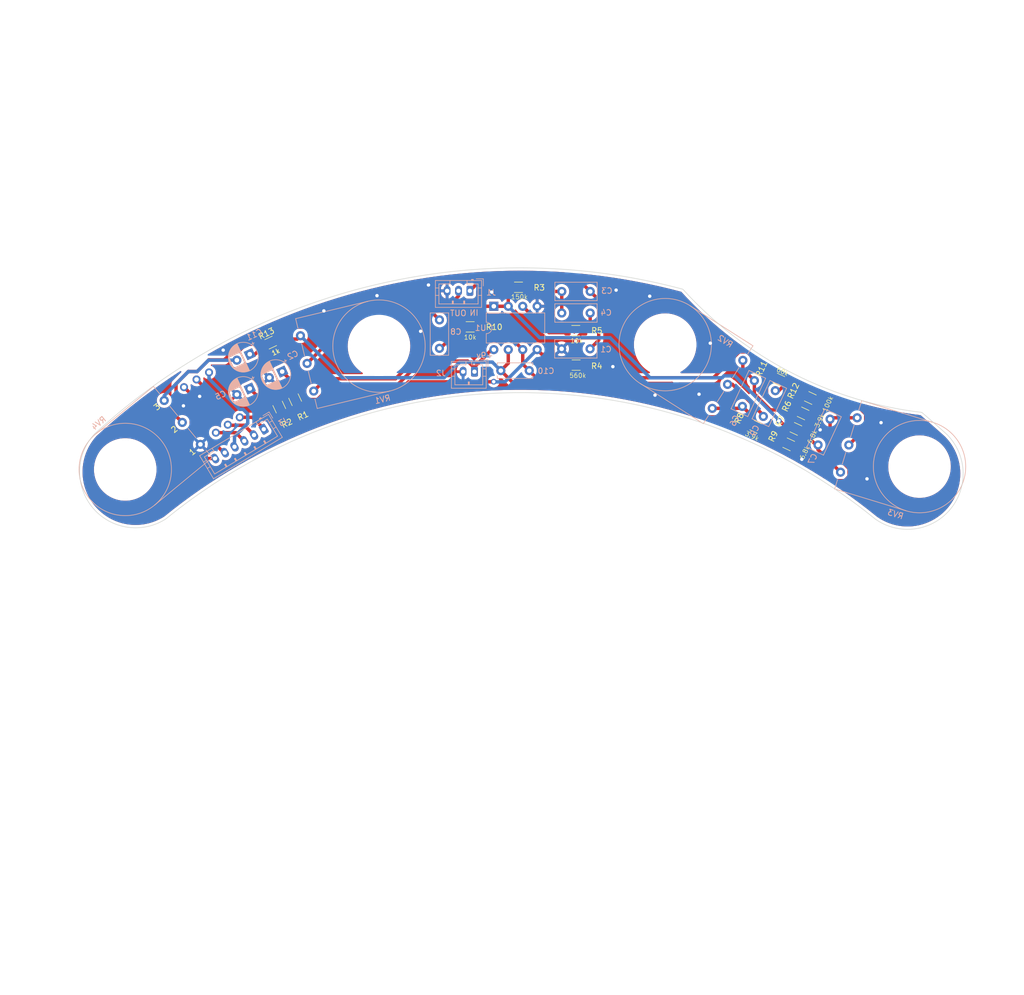
<source format=kicad_pcb>
(kicad_pcb (version 20211014) (generator pcbnew)
  (layers (0 "F.Cu" signal) (31 "B.Cu" signal) (34 "B.Paste" user) (35 "F.Paste" user) (36 "B.SilkS" user "B.Silkscreen") (37 "F.SilkS" user "F.Silkscreen") (38 "B.Mask" user) (39 "F.Mask" user) (44 "Edge.Cuts" user))
  (net 0 "")
  (net 1 "GND")
  (net 2 "+9V")
  (net 3 "Net-(C3-Pad2)")
  (net 4 "Net-(C4-Pad2)")
  (net 5 "BIAS")
  (net 6 "Net-(C6-Pad1)")
  (net 7 "Net-(C6-Pad2)")
  (net 8 "Net-(C7-Pad1)")
  (net 9 "Net-(C7-Pad2)")
  (net 10 "Net-(C8-Pad1)")
  (net 11 "Net-(C8-Pad2)")
  (net 12 "Net-(C9-Pad1)")
  (net 13 "Net-(C9-Pad2)")
  (net 14 "Net-(R10-Pad2)")
  (net 15 "Net-(R13-Pad1)")
  (net 16 "Net-(C11-Pad1)")
  (net 17 "Net-(C11-Pad2)")
  (net 18 "Net-(R3-Pad2)")
  (net 19 "Net-(R5-Pad2)")
  (net 20 "IN")
  (net 21 "Net-(R12-Pad1)")
  (net 22 "OUT")
  (net 23 "Net-(J10-Pad1)")
  (net 24 "Net-(J11-Pad1)")
  (net 25 "Net-(J12-Pad1)")
  (net 26 "Net-(J3-Pad1)")
  (net 27 "Net-(J3-Pad2)")
  (net 28 "Net-(J3-Pad3)")
  (footprint "Resistor_SMD:R_1206_3216Metric" (layer "F.Cu") (at 190.692145 90.788923 155)
    (fp_text reference "R6" (at 3.137829 -0.061904 65) (layer "F.SilkS"))
    (fp_text value "3.9k" (at -3.163529 0.072699 245) (layer "F.SilkS") (effects (font (size 0.8 0.8) (thickness 0.1))))
    (pad "1" smd roundrect (at -1.4625 0 155) (size 1.125 1.75) (layers "F.Cu" "F.Paste" "F.Mask") (roundrect_rratio 0.222222) (net 18 "Net-(R3-Pad2)"))
    (pad "2" smd roundrect (at 1.4625 0 155) (size 1.125 1.75) (layers "F.Cu" "F.Paste" "F.Mask") (roundrect_rratio 0.222222) (net 6 "Net-(C6-Pad1)"))
  )
  (footprint "Resistor_SMD:R_1206_3216Metric" (layer "F.Cu") (at 188.156436 96.22677 155)
    (fp_text reference "R9" (at 3.056823 0.119309 65) (layer "F.SilkS"))
    (fp_text value "6.8k" (at -3.164727 -0.105658 245) (layer "F.SilkS") (effects (font (size 0.8 0.8) (thickness 0.1))))
    (pad "1" smd roundrect (at -1.4625 0 155) (size 1.125 1.75) (layers "F.Cu" "F.Paste" "F.Mask") (roundrect_rratio 0.222222) (net 9 "Net-(C7-Pad2)"))
    (pad "2" smd roundrect (at 1.4625 0 155) (size 1.125 1.75) (layers "F.Cu" "F.Paste" "F.Mask") (roundrect_rratio 0.222222) (net 15 "Net-(R13-Pad1)"))
  )
  (footprint "Connector_PinSocket_2.54mm:PinSocket_1x01_P2.54mm_Vertical" (layer "F.Cu") (at 86.24 83.57 -90.5)
    (fp_text reference "J10" hide)
    (fp_text value "Conn_01x01_Female" hide)
    (pad "1" thru_hole circle (at 0 0 269.5) (size 1.4 1.4) (drill 0.8) (layers *.Cu *.Mask) (net 23 "Net-(J10-Pad1)"))
  )
  (footprint "Connector_PinSocket_2.54mm:PinSocket_1x01_P2.54mm_Vertical" (layer "F.Cu") (at 91.64 91.47 179.5)
    (fp_text reference "J7" hide)
    (fp_text value "Conn_01x01_Female" hide)
    (pad "1" thru_hole circle (at 0 0 179.5) (size 1.4 1.4) (drill 0.8) (layers *.Cu *.Mask) (net 26 "Net-(J3-Pad1)"))
  )
  (footprint "Resistor_SMD:R_1206_3216Metric" (layer "F.Cu") (at 97.08 78.33 -155)
    (fp_text reference "R13" (at 0.007768 1.757993 25) (layer "F.SilkS"))
    (fp_text value "1k" (at -0.114131 -1.884827 25) (layer "F.SilkS") (effects (font (size 0.8 0.8))))
    (pad "1" smd roundrect (at -1.4625 0 205) (size 1.125 1.75) (layers "F.Cu" "F.Paste" "F.Mask") (roundrect_rratio 0.222222) (net 15 "Net-(R13-Pad1)"))
    (pad "2" smd roundrect (at 1.4625 0 205) (size 1.125 1.75) (layers "F.Cu" "F.Paste" "F.Mask") (roundrect_rratio 0.222222) (net 16 "Net-(C11-Pad1)"))
  )
  (footprint "Resistor_SMD:R_1206_3216Metric" (layer "F.Cu") (at 140.6475 68.61 180)
    (fp_text reference "R3" (at -3.6525 -0.06) (layer "F.SilkS"))
    (fp_text value "150k" (at -0.1525 -1.69) (layer "F.SilkS") (effects (font (size 0.8 0.8) (thickness 0.1))))
    (pad "1" smd roundrect (at -1.4625 0 180) (size 1.125 1.75) (layers "F.Cu" "F.Paste" "F.Mask") (roundrect_rratio 0.222222) (net 3 "Net-(C3-Pad2)"))
    (pad "2" smd roundrect (at 1.4625 0 180) (size 1.125 1.75) (layers "F.Cu" "F.Paste" "F.Mask") (roundrect_rratio 0.222222) (net 18 "Net-(R3-Pad2)"))
  )
  (footprint "Resistor_SMD:R_1206_3216Metric" (layer "F.Cu") (at 150.78 82.29)
    (fp_text reference "R4" (at 3.63 0.17) (layer "F.SilkS"))
    (fp_text value "560k" (at 0.29 1.83) (layer "F.SilkS") (effects (font (size 0.8 0.8) (thickness 0.1))))
    (pad "1" smd roundrect (at -1.4625 0) (size 1.125 1.75) (layers "F.Cu" "F.Paste" "F.Mask") (roundrect_rratio 0.222222) (net 5 "BIAS"))
    (pad "2" smd roundrect (at 1.4625 0) (size 1.125 1.75) (layers "F.Cu" "F.Paste" "F.Mask") (roundrect_rratio 0.222222) (net 4 "Net-(C4-Pad2)"))
  )
  (footprint "Resistor_SMD:R_1206_3216Metric" (layer "F.Cu") (at 150.72 76.23 180)
    (fp_text reference "R5" (at -3.71 -0.01) (layer "F.SilkS"))
    (fp_text value "10k" (at -0.14 -1.8) (layer "F.SilkS") (effects (font (size 0.8 0.8) (thickness 0.1))))
    (pad "1" smd roundrect (at -1.4625 0 180) (size 1.125 1.75) (layers "F.Cu" "F.Paste" "F.Mask") (roundrect_rratio 0.222222) (net 4 "Net-(C4-Pad2)"))
    (pad "2" smd roundrect (at 1.4625 0 180) (size 1.125 1.75) (layers "F.Cu" "F.Paste" "F.Mask") (roundrect_rratio 0.222222) (net 19 "Net-(R5-Pad2)"))
  )
  (footprint "Connector_PinSocket_2.54mm:PinSocket_1x01_P2.54mm_Vertical" (layer "F.Cu") (at 89.54 92.77 179.5)
    (fp_text reference "J8" hide)
    (fp_text value "Conn_01x01_Female" hide)
    (pad "1" thru_hole circle (at 0 0 179.5) (size 1.4 1.4) (drill 0.8) (layers *.Cu *.Mask) (net 27 "Net-(J3-Pad2)"))
  )
  (footprint "Resistor_SMD:R_1206_3216Metric" (layer "F.Cu") (at 191.96 88.07 155)
    (fp_text reference "R12" (at 3.233296 -0.117455 65) (layer "F.SilkS"))
    (fp_text value "100k" (at -3.24424 0.354267 245) (layer "F.SilkS") (effects (font (size 0.8 0.8) (thickness 0.1))))
    (pad "1" smd roundrect (at -1.4625 0 155) (size 1.125 1.75) (layers "F.Cu" "F.Paste" "F.Mask") (roundrect_rratio 0.222222) (net 21 "Net-(R12-Pad1)"))
    (pad "2" smd roundrect (at 1.4625 0 155) (size 1.125 1.75) (layers "F.Cu" "F.Paste" "F.Mask") (roundrect_rratio 0.222222) (net 14 "Net-(R10-Pad2)"))
  )
  (footprint "Resistor_SMD:R_1206_3216Metric" (layer "F.Cu") (at 182.36 93.14 -25)
    (fp_text reference "R8" (at -3.26222 -0.133869 245) (layer "F.SilkS"))
    (fp_text value "3.9k" (at 0.095542 1.74292 155) (layer "F.SilkS") (effects (font (size 0.8 0.8) (thickness 0.1))))
    (pad "1" smd roundrect (at -1.4625 0 335) (size 1.125 1.75) (layers "F.Cu" "F.Paste" "F.Mask") (roundrect_rratio 0.222222) (net 7 "Net-(C6-Pad2)"))
    (pad "2" smd roundrect (at 1.4625 0 335) (size 1.125 1.75) (layers "F.Cu" "F.Paste" "F.Mask") (roundrect_rratio 0.222222) (net 15 "Net-(R13-Pad1)"))
  )
  (footprint "Resistor_SMD:R_1206_3216Metric" (layer "F.Cu") (at 101.38 88.38 115)
    (fp_text reference "R1" (at -3.134775 0.049858 205) (layer "F.SilkS"))
    (fp_text value "2.2M")
    (pad "1" smd roundrect (at -1.4625 0 115) (size 1.125 1.75) (layers "F.Cu" "F.Paste" "F.Mask") (roundrect_rratio 0.222222) (net 5 "BIAS"))
    (pad "2" smd roundrect (at 1.4625 0 115) (size 1.125 1.75) (layers "F.Cu" "F.Paste" "F.Mask") (roundrect_rratio 0.222222) (net 2 "+9V"))
  )
  (footprint "Connector_PinSocket_2.54mm:PinSocket_1x01_P2.54mm_Vertical" (layer "F.Cu") (at 87.44 94.17 179.5)
    (fp_text reference "J9" hide)
    (fp_text value "Conn_01x01_Female" hide)
    (pad "1" thru_hole circle (at 0 0 179.5) (size 1.4 1.4) (drill 0.8) (layers *.Cu *.Mask) (net 28 "Net-(J3-Pad3)"))
  )
  (footprint "Connector_PinSocket_2.54mm:PinSocket_1x01_P2.54mm_Vertical" (layer "F.Cu") (at 84.04 84.82 -90.5)
    (fp_text reference "J11" hide)
    (fp_text value "Conn_01x01_Female" hide)
    (pad "1" thru_hole circle (at 0 0 269.5) (size 1.4 1.4) (drill 0.8) (layers *.Cu *.Mask) (net 24 "Net-(J11-Pad1)"))
  )
  (footprint "Resistor_SMD:R_1206_3216Metric" (layer "F.Cu") (at 98.59 89.67 -65)
    (fp_text reference "R2" (at 3.149286 -0.00999 205) (layer "F.SilkS"))
    (fp_text value "2.2M")
    (pad "1" smd roundrect (at -1.4625 0 295) (size 1.125 1.75) (layers "F.Cu" "F.Paste" "F.Mask") (roundrect_rratio 0.222222) (net 1 "GND"))
    (pad "2" smd roundrect (at 1.4625 0 295) (size 1.125 1.75) (layers "F.Cu" "F.Paste" "F.Mask") (roundrect_rratio 0.222222) (net 5 "BIAS"))
  )
  (footprint "Connector_PinSocket_2.54mm:PinSocket_1x01_P2.54mm_Vertical" (layer "F.Cu") (at 81.84 86.17 -90.5)
    (fp_text reference "J12" hide)
    (fp_text value "Conn_01x01_Female" hide)
    (pad "1" thru_hole circle (at 0 0 269.5) (size 1.4 1.4) (drill 0.8) (layers *.Cu *.Mask) (net 25 "Net-(J12-Pad1)"))
  )
  (footprint "Resistor_SMD:R_1206_3216Metric" (layer "F.Cu") (at 186.42 84.84 155)
    (fp_text reference "R11" (at 3.545472 0.410036 245) (layer "F.SilkS"))
    (fp_text value "68k" (at -0.010724 1.538696 155) (layer "F.SilkS") (effects (font (size 0.8 0.8) (thickness 0.1))))
    (pad "1" smd roundrect (at -1.4625 0 155) (size 1.125 1.75) (layers "F.Cu" "F.Paste" "F.Mask") (roundrect_rratio 0.222222) (net 13 "Net-(C9-Pad2)"))
    (pad "2" smd roundrect (at 1.4625 0 155) (size 1.125 1.75) (layers "F.Cu" "F.Paste" "F.Mask") (roundrect_rratio 0.222222) (net 14 "Net-(R10-Pad2)"))
  )
  (footprint "Resistor_SMD:R_1206_3216Metric" (layer "F.Cu") (at 132.15 75.57)
    (fp_text reference "R10" (at 4.22 0.03) (layer "F.SilkS"))
    (fp_text value "10k" (at 0 1.82) (layer "F.SilkS") (effects (font (size 0.8 0.8) (thickness 0.1))))
    (pad "1" smd roundrect (at -1.4625 0) (size 1.125 1.75) (layers "F.Cu" "F.Paste" "F.Mask") (roundrect_rratio 0.222222) (net 11 "Net-(C8-Pad2)"))
    (pad "2" smd roundrect (at 1.4625 0) (size 1.125 1.75) (layers "F.Cu" "F.Paste" "F.Mask") (roundrect_rratio 0.222222) (net 14 "Net-(R10-Pad2)"))
  )
  (footprint "Resistor_SMD:R_1206_3216Metric" (layer "F.Cu") (at 189.42429 93.507847 -25)
    (fp_text reference "R7" (at -3.07556 -0.088505 65) (layer "F.SilkS"))
    (fp_text value "6.8k" (at 3.21698 0.047002 245) (layer "F.SilkS") (effects (font (size 0.8 0.8) (thickness 0.1))))
    (pad "1" smd roundrect (at -1.4625 0 335) (size 1.125 1.75) (layers "F.Cu" "F.Paste" "F.Mask") (roundrect_rratio 0.222222) (net 18 "Net-(R3-Pad2)"))
    (pad "2" smd roundrect (at 1.4625 0 335) (size 1.125 1.75) (layers "F.Cu" "F.Paste" "F.Mask") (roundrect_rratio 0.222222) (net 8 "Net-(C7-Pad1)"))
  )
  (footprint "lib:Potentiometer_Piher_T-16L_Single_Vertical_Hole" (layer "B.Cu") (at 71.509059 100.636562 -140.5)
    (fp_text reference "RV4" (at -1.584999 9.25 39.5) (layer "B.SilkS") (effects (justify mirror)))
    (fp_text value "25k")
    (fp_text user "1" (at -11.061475 -5.118294 39.5 unlocked) (layer "F.SilkS"))
    (fp_text user "3" (at -11.30242 4.921226 39.5 unlocked) (layer "F.SilkS"))
    (fp_text user "2" (at -11.143366 -0.06673 39.5 unlocked) (layer "F.SilkS"))
    (pad "" np_thru_hole circle (at 0 0 219.5) (size 10 10) (drill 10) (layers F&B.Cu *.Mask))
    (pad "1" thru_hole circle (at -13 -5 219.5) (size 1.6 1.6) (drill 0.8) (layers *.Cu *.Mask) (net 1 "GND"))
    (pad "2" thru_hole circle (at -13 0 219.5) (size 1.6 1.6) (drill 0.8) (layers *.Cu *.Mask) (net 22 "OUT"))
    (pad "3" thru_hole circle (at -13 5 219.5) (size 1.6 1.6) (drill 0.8) (layers *.Cu *.Mask) (net 17 "Net-(C11-Pad2)"))
  )
  (footprint "Capacitor_THT:C_Rect_L7.2mm_W3.0mm_P5.00mm_FKS2_FKP2_MKS2_MKP2" (layer "B.Cu") (at 183.693454 91.315769 65)
    (fp_text reference "C9" (at -2.900154 -0.317548 65) (layer "B.SilkS") (effects (justify mirror)))
    (fp_text value "4.7n")
    (pad "1" thru_hole circle (at 0 0 65) (size 1.6 1.6) (drill 0.8) (layers *.Cu *.Mask) (net 12 "Net-(C9-Pad1)"))
    (pad "2" thru_hole circle (at 5 0 65) (size 1.6 1.6) (drill 0.8) (layers *.Cu *.Mask) (net 13 "Net-(C9-Pad2)"))
  )
  (footprint "Capacitor_THT:C_Disc_D6.0mm_W2.5mm_P5.00mm" (layer "B.Cu") (at 142.54 83.26 180)
    (fp_text reference "C10" (at -2.94 -0.06) (layer "B.SilkS") (effects (justify mirror)))
    (fp_text value "100p")
    (pad "1" thru_hole circle (at 0 0 180) (size 1.6 1.6) (drill 0.8) (layers *.Cu *.Mask) (net 14 "Net-(R10-Pad2)"))
    (pad "2" thru_hole circle (at 5 0 180) (size 1.6 1.6) (drill 0.8) (layers *.Cu *.Mask) (net 15 "Net-(R13-Pad1)"))
  )
  (footprint "lib:Potentiometer_Piher_T-16L_Single_Vertical_Hole" (layer "B.Cu") (at 116.121346 78.956419 13.5)
    (fp_text reference "RV1" (at -1.585 9.25 193.5) (layer "B.SilkS") (effects (justify mirror)))
    (fp_text value "50k")
    (pad "" np_thru_hole circle (at 0 0 13.5) (size 10 10) (drill 10) (layers F&B.Cu *.Mask))
    (pad "1" thru_hole circle (at -13 -5 13.5) (size 1.6 1.6) (drill 0.8) (layers *.Cu *.Mask) (net 15 "Net-(R13-Pad1)"))
    (pad "2" thru_hole circle (at -13 0 13.5) (size 1.6 1.6) (drill 0.8) (layers *.Cu *.Mask) (net 10 "Net-(C8-Pad1)"))
    (pad "3" thru_hole circle (at -13 5 13.5) (size 1.6 1.6) (drill 0.8) (layers *.Cu *.Mask) (net 18 "Net-(R3-Pad2)"))
  )
  (footprint "Connector_JST:JST_PH_B6B-PH-K_1x06_P2.00mm_Vertical" (layer "B.Cu") (at 95.86 93.56 -149)
    (fp_text reference "J3" (at -3.626777 -0.662564 31) (layer "B.SilkS") (effects (justify mirror)))
    (fp_text value "Conn_01x06_Male" hide)
    (pad "1" thru_hole roundrect (at 0 0 211) (size 1.2 1.75) (drill 0.75) (layers *.Cu *.Mask) (roundrect_rratio 0.208333) (net 26 "Net-(J3-Pad1)"))
    (pad "2" thru_hole oval (at 2 0 211) (size 1.2 1.75) (drill 0.75) (layers *.Cu *.Mask) (net 27 "Net-(J3-Pad2)"))
    (pad "3" thru_hole oval (at 4 0 211) (size 1.2 1.75) (drill 0.75) (layers *.Cu *.Mask) (net 28 "Net-(J3-Pad3)"))
    (pad "4" thru_hole oval (at 6 0 211) (size 1.2 1.75) (drill 0.75) (layers *.Cu *.Mask) (net 23 "Net-(J10-Pad1)"))
    (pad "5" thru_hole oval (at 8 0 211) (size 1.2 1.75) (drill 0.75) (layers *.Cu *.Mask) (net 24 "Net-(J11-Pad1)"))
    (pad "6" thru_hole oval (at 10 0 211) (size 1.2 1.75) (drill 0.75) (layers *.Cu *.Mask) (net 25 "Net-(J12-Pad1)"))
  )
  (footprint "Capacitor_THT:CP_Radial_D5.0mm_P2.50mm" (layer "B.Cu") (at 93.4 86.41 -155)
    (fp_text reference "C5" (at 5.138985 1.094362 -335) (layer "B.SilkS") (effects (justify mirror)))
    (fp_text value "1u")
    (pad "1" thru_hole rect (at 0 0 205) (size 1.6 1.6) (drill 0.8) (layers *.Cu *.Mask) (net 5 "BIAS"))
    (pad "2" thru_hole circle (at 2.5 0 205) (size 1.6 1.6) (drill 0.8) (layers *.Cu *.Mask) (net 1 "GND"))
  )
  (footprint "lib:Potentiometer_Piher_T-16L_Single_Vertical_Hole" (layer "B.Cu") (at 166.440611 78.693751 147.5)
    (fp_text reference "RV2" (at -8.586676 6.17432 147.5) (layer "B.SilkS") (effects (justify mirror)))
    (fp_text value "50k")
    (pad "" np_thru_hole circle (at 0 0 147.5) (size 10 10) (drill 10) (layers F&B.Cu *.Mask))
    (pad "1" thru_hole circle (at -13 -5 147.5) (size 1.6 1.6) (drill 0.8) (layers *.Cu *.Mask) (net 7 "Net-(C6-Pad2)"))
    (pad "2" thru_hole circle (at -13 0 147.5) (size 1.6 1.6) (drill 0.8) (layers *.Cu *.Mask) (net 12 "Net-(C9-Pad1)"))
    (pad "3" thru_hole circle (at -13 5 147.5) (size 1.6 1.6) (drill 0.8) (layers *.Cu *.Mask) (net 6 "Net-(C6-Pad1)"))
  )
  (footprint "Connector_JST:JST_PH_B2B-PH-K_1x02_P2.00mm_Vertical" (layer "B.Cu") (at 132.91 83.45 180)
    (fp_text reference "J2" (at 5.9 -0.27) (layer "B.SilkS") (effects (justify mirror)))
    (fp_text value "Conn_01x02_Male" hide)
    (fp_text user "+9v" (at -1.817812 2.874989 unlocked) (layer "B.SilkS") (effects (justify mirror)))
    (pad "1" thru_hole roundrect (at 0 0 180) (size 1.2 1.75) (drill 0.75) (layers *.Cu *.Mask) (roundrect_rratio 0.208333) (net 2 "+9V"))
    (pad "2" thru_hole oval (at 2 0 180) (size 1.2 1.75) (drill 0.75) (layers *.Cu *.Mask) (net 1 "GND"))
  )
  (footprint "Capacitor_THT:C_Rect_L7.2mm_W3.0mm_P5.00mm_FKS2_FKP2_MKS2_MKP2" (layer "B.Cu") (at 148.25 73.13)
    (fp_text reference "C4" (at 7.8 -0.06) (layer "B.SilkS") (effects (justify mirror)))
    (fp_text value "8.2n")
    (pad "1" thru_hole circle (at 0 0) (size 1.6 1.6) (drill 0.8) (layers *.Cu *.Mask) (net 3 "Net-(C3-Pad2)"))
    (pad "2" thru_hole circle (at 5 0) (size 1.6 1.6) (drill 0.8) (layers *.Cu *.Mask) (net 4 "Net-(C4-Pad2)"))
  )
  (footprint "Capacitor_THT:C_Rect_L7.2mm_W3.0mm_P5.00mm_FKS2_FKP2_MKS2_MKP2" (layer "B.Cu") (at 126.75 74.34 -90)
    (fp_text reference "C8" (at 2.09 -2.88 180) (layer "B.SilkS") (effects (justify mirror)))
    (fp_text value "2.2n")
    (pad "1" thru_hole circle (at 0 0 270) (size 1.6 1.6) (drill 0.8) (layers *.Cu *.Mask) (net 10 "Net-(C8-Pad1)"))
    (pad "2" thru_hole circle (at 5 0 270) (size 1.6 1.6) (drill 0.8) (layers *.Cu *.Mask) (net 11 "Net-(C8-Pad2)"))
  )
  (footprint "Capacitor_THT:C_Rect_L7.2mm_W3.0mm_P5.00mm_FKS2_FKP2_MKS2_MKP2" (layer "B.Cu") (at 148.23 79.43)
    (fp_text reference "C1" (at 7.79 0.09) (layer "B.SilkS") (effects (justify mirror)))
    (fp_text value "2.2n")
    (pad "1" thru_hole circle (at 0 0) (size 1.6 1.6) (drill 0.8) (layers *.Cu *.Mask) (net 1 "GND"))
    (pad "2" thru_hole circle (at 5 0) (size 1.6 1.6) (drill 0.8) (layers *.Cu *.Mask) (net 20 "IN"))
  )
  (footprint "Package_DIP:DIP-8_W7.62mm" (layer "B.Cu") (at 136.31 71.95 -90)
    (fp_text reference "U1" (at 3.81 2.33 180) (layer "B.SilkS") (effects (justify mirror)))
    (fp_text value "TL062")
    (pad "1" thru_hole rect (at 0 0 270) (size 1.6 1.6) (drill 0.8) (layers *.Cu *.Mask) (net 18 "Net-(R3-Pad2)"))
    (pad "2" thru_hole oval (at 0 -2.54 270) (size 1.6 1.6) (drill 0.8) (layers *.Cu *.Mask) (net 18 "Net-(R3-Pad2)"))
    (pad "3" thru_hole oval (at 0 -5.08 270) (size 1.6 1.6) (drill 0.8) (layers *.Cu *.Mask) (net 19 "Net-(R5-Pad2)"))
    (pad "4" thru_hole oval (at 0 -7.62 270) (size 1.6 1.6) (drill 0.8) (layers *.Cu *.Mask) (net 1 "GND"))
    (pad "5" thru_hole oval (at 7.62 -7.62 270) (size 1.6 1.6) (drill 0.8) (layers *.Cu *.Mask) (net 5 "BIAS"))
    (pad "6" thru_hole oval (at 7.62 -5.08 270) (size 1.6 1.6) (drill 0.8) (layers *.Cu *.Mask) (net 14 "Net-(R10-Pad2)"))
    (pad "7" thru_hole oval (at 7.62 -2.54 270) (size 1.6 1.6) (drill 0.8) (layers *.Cu *.Mask) (net 15 "Net-(R13-Pad1)"))
    (pad "8" thru_hole oval (at 7.62 0 270) (size 1.6 1.6) (drill 0.8) (layers *.Cu *.Mask) (net 2 "+9V"))
  )
  (footprint "Capacitor_THT:C_Rect_L7.2mm_W3.0mm_P5.00mm_FKS2_FKP2_MKS2_MKP2" (layer "B.Cu") (at 153.26 69.34 180)
    (fp_text reference "C3" (at -2.92 0.11) (layer "B.SilkS") (effects (justify mirror)))
    (fp_text value "8.2n")
    (pad "1" thru_hole circle (at 0 0 180) (size 1.6 1.6) (drill 0.8) (layers *.Cu *.Mask) (net 20 "IN"))
    (pad "2" thru_hole circle (at 5 0 180) (size 1.6 1.6) (drill 0.8) (layers *.Cu *.Mask) (net 3 "Net-(C3-Pad2)"))
  )
  (footprint "lib:Potentiometer_Piher_T-16L_Single_Vertical_Hole" (layer "B.Cu") (at 211.157406 100.136562 -17)
    (fp_text reference "RV3" (at -1.585 9.25 163) (layer "B.SilkS") (effects (justify mirror)))
    (fp_text value "50k")
    (pad "" np_thru_hole circle (at 0 0 343) (size 10 10) (drill 10) (layers F&B.Cu *.Mask))
    (pad "1" thru_hole circle (at -13 -5 343) (size 1.6 1.6) (drill 0.8) (layers *.Cu *.Mask) (net 9 "Net-(C7-Pad2)"))
    (pad "2" thru_hole circle (at -13 0 343) (size 1.6 1.6) (drill 0.8) (layers *.Cu *.Mask) (net 21 "Net-(R12-Pad1)"))
    (pad "3" thru_hole circle (at -13 5 343) (size 1.6 1.6) (drill 0.8) (layers *.Cu *.Mask) (net 8 "Net-(C7-Pad1)"))
  )
  (footprint "Capacitor_THT:CP_Radial_D5.0mm_P2.50mm" (layer "B.Cu") (at 99.102885 83.431727 -155)
    (fp_text reference "C2" (at -2.914278 1.831718 -335) (layer "B.SilkS") (effects (justify mirror)))
    (fp_text value "1u")
    (pad "1" thru_hole rect (at 0 0 205) (size 1.6 1.6) (drill 0.8) (layers *.Cu *.Mask) (net 2 "+9V"))
    (pad "2" thru_hole circle (at 2.5 0 205) (size 1.6 1.6) (drill 0.8) (layers *.Cu *.Mask) (net 1 "GND"))
  )
  (footprint "Capacitor_THT:C_Rect_L7.2mm_W3.0mm_P5.00mm_FKS2_FKP2_MKS2_MKP2" (layer "B.Cu") (at 193.313454 96.32577 65)
    (fp_text reference "C7" (at -2.650809 0.217174 65) (layer "B.SilkS") (effects (justify mirror)))
    (fp_text value "68n")
    (pad "1" thru_hole circle (at 0 0 65) (size 1.6 1.6) (drill 0.8) (layers *.Cu *.Mask) (net 8 "Net-(C7-Pad1)"))
    (pad "2" thru_hole circle (at 5 0 65) (size 1.6 1.6) (drill 0.8) (layers *.Cu *.Mask) (net 9 "Net-(C7-Pad2)"))
  )
  (footprint "Connector_JST:JST_PH_B3B-PH-K_1x03_P2.00mm_Vertical" (layer "B.Cu") (at 132.1 69.23 180)
    (fp_text reference "J1" (at -3.740328 -0.308128) (layer "B.SilkS") (effects (justify mirror)))
    (fp_text value "Conn_01x03_Male" hide)
    (fp_text user "IN" (at -0.734045 -3.868291 unlocked) (layer "B.SilkS") (effects (justify mirror)))
    (fp_text user "OUT" (at 2.044204 -3.930169 unlocked) (layer "B.SilkS") (effects (justify mirror)))
    (pad "1" thru_hole roundrect (at 0 0 180) (size 1.2 1.75) (drill 0.75) (layers *.Cu *.Mask) (roundrect_rratio 0.208333) (net 20 "IN"))
    (pad "2" thru_hole oval (at 2 0 180) (size 1.2 1.75) (drill 0.75) (layers *.Cu *.Mask) (net 22 "OUT"))
    (pad "3" thru_hole oval (at 4 0 180) (size 1.2 1.75) (drill 0.75) (layers *.Cu *.Mask) (net 1 "GND"))
  )
  (footprint "Capacitor_THT:CP_Radial_D5.0mm_P2.50mm" (layer "B.Cu") (at 93.4 80.37 -155)
    (fp_text reference "C11" (at -2.165564 2.774767 -335) (layer "B.SilkS") (effects (justify mirror)))
    (fp_text value "10u")
    (pad "1" thru_hole rect (at 0 0 205) (size 1.6 1.6) (drill 0.8) (layers *.Cu *.Mask) (net 16 "Net-(C11-Pad1)"))
    (pad "2" thru_hole circle (at 2.5 0 205) (size 1.6 1.6) (drill 0.8) (layers *.Cu *.Mask) (net 17 "Net-(C11-Pad2)"))
  )
  (footprint "Capacitor_THT:C_Rect_L7.2mm_W3.0mm_P5.00mm_FKS2_FKP2_MKS2_MKP2" (layer "B.Cu") (at 182.12 85.02 -115)
    (fp_text reference "C6" (at 7.851118 0.178719 65) (layer "B.SilkS") (effects (justify mirror)))
    (fp_text value "8.2n")
    (pad "1" thru_hole circle (at 0 0 245) (size 1.6 1.6) (drill 0.8) (layers *.Cu *.Mask) (net 6 "Net-(C6-Pad1)"))
    (pad "2" thru_hole circle (at 5 0 245) (size 1.6 1.6) (drill 0.8) (layers *.Cu *.Mask) (net 7 "Net-(C6-Pad2)"))
  )
  (gr_arc (start 66.10552 94.39594) (mid 114.559797 68.387833) (end 169.55 68.95) (layer "Edge.Cuts") (width 0.1))
  (gr_arc (start 78.7 109.3) (mid 141 87.138689) (end 203.3 109.3) (layer "Edge.Cuts") (width 0.1))
  (gr_arc (start 211.55 90.6) (mid 188.581332 83.594124) (end 169.55 68.95) (layer "Edge.Cuts") (width 0.1))
  (gr_arc (start 211.55 90.6) (mid 213.782253 92.536603) (end 215.990422 94.50146) (layer "Edge.Cuts") (width 0.1))
  (gr_arc (start 78.7 109.3) (mid 65.818259 107.412113) (end 66.10552 94.39594) (layer "Edge.Cuts") (width 0.1))
  (gr_arc (start 215.990422 94.50146) (mid 216.471226 107.754354) (end 203.3 109.3) (layer "Edge.Cuts") (width 0.1))
  (via (at 115.77 70.08) (size 1) (drill 0.6) (layers "F.Cu" "B.Cu") (net 1))
  (via (at 84.59 87.79) (size 1) (drill 0.6) (layers "F.Cu" "B.Cu") (net 1))
  (via (at 157.81 69.11) (size 1) (drill 0.6) (layers "F.Cu" "B.Cu") (net 1))
  (via (at 204.39 92.41) (size 1) (drill 0.6) (layers "F.Cu" "B.Cu") (net 1))
  (via (at 190.46 98.85) (size 1) (drill 0.6) (layers "F.Cu" "B.Cu") (net 1))
  (via (at 172.39 87.41) (size 1) (drill 0.6) (layers "F.Cu" "B.Cu") (net 1))
  (via (at 124.82 68.21) (size 1) (drill 0.6) (layers "F.Cu" "B.Cu") (net 1))
  (via (at 88.73 79.66) (size 1) (drill 0.6) (layers "F.Cu" "B.Cu") (net 1))
  (via (at 106.43 72.76) (size 1) (drill 0.6) (layers "F.Cu" "B.Cu") (net 1))
  (via (at 164.65 87.57) (size 1) (drill 0.6) (layers "F.Cu" "B.Cu") (net 1))
  (via (at 135.93 69.46) (size 1) (drill 0.6) (layers "F.Cu" "B.Cu") (net 1))
  (via (at 163.72 70.18) (size 1) (drill 0.6) (layers "F.Cu" "B.Cu") (net 1))
  (via (at 81.74 89.45) (size 1) (drill 0.6) (layers "F.Cu" "B.Cu") (net 1))
  (via (at 201.92 102.29) (size 1) (drill 0.6) (layers "F.Cu" "B.Cu") (net 1))
  (via (at 157.24 82.56) (size 1) (drill 0.6) (layers "F.Cu" "B.Cu") (net 1))
  (via (at 193.68 93.67) (size 1) (drill 0.6) (layers "F.Cu" "B.Cu") (net 1))
  (via (at 123.44 76.35) (size 1) (drill 0.6) (layers "F.Cu" "B.Cu") (net 1))
  (via (at 174.37 78.44) (size 1) (drill 0.6) (layers "F.Cu" "B.Cu") (net 1))
  (segment (start 132.91 82.79) (end 131.7 81.58) (width 0.6) (layer "F.Cu") (net 2))
  (segment (start 107.931932 85.68952) (end 105.268883 88.352569) (width 0.6) (layer "F.Cu") (net 2))
  (segment (start 100.761921 85.090763) (end 99.102885 83.431727) (width 0.6) (layer "F.Cu") (net 2))
  (segment (start 119.432156 85.68952) (end 107.931932 85.68952) (width 0.6) (layer "F.Cu") (net 2))
  (segment (start 132.91 83.45) (end 132.91 82.79) (width 0.6) (layer "F.Cu") (net 2))
  (segment (start 135.96 79.57) (end 132.91 82.62) (width 0.6) (layer "F.Cu") (net 2))
  (segment (start 101.697394 87.054525) (end 100.761921 87.054525) (width 0.6) (layer "F.Cu") (net 2))
  (segment (start 102.995438 88.352569) (end 101.697394 87.054525) (width 0.6) (layer "F.Cu") (net 2))
  (segment (start 105.268883 88.352569) (end 102.995438 88.352569) (width 0.6) (layer "F.Cu") (net 2))
  (segment (start 100.761921 87.054525) (end 100.761921 85.090763) (width 0.6) (layer "F.Cu") (net 2))
  (segment (start 131.7 81.58) (end 123.541676 81.58) (width 0.6) (layer "F.Cu") (net 2))
  (segment (start 136.31 79.57) (end 135.96 79.57) (width 0.6) (layer "F.Cu") (net 2))
  (segment (start 123.541676 81.58) (end 119.432156 85.68952) (width 0.6) (layer "F.Cu") (net 2))
  (segment (start 132.91 82.62) (end 132.91 83.45) (width 0.6) (layer "F.Cu") (net 2))
  (segment (start 142.84 69.34) (end 142.11 68.61) (width 0.6) (layer "F.Cu") (net 3))
  (segment (start 148.25 69.35) (end 148.26 69.34) (width 0.6) (layer "F.Cu") (net 3))
  (segment (start 148.25 73.13) (end 148.25 69.35) (width 0.6) (layer "F.Cu") (net 3))
  (segment (start 148.26 69.34) (end 142.84 69.34) (width 0.6) (layer "F.Cu") (net 3))
  (segment (start 151.25 77.1625) (end 152.1825 76.23) (width 0.6) (layer "F.Cu") (net 4))
  (segment (start 152.2425 82.29) (end 151.25 81.2975) (width 0.6) (layer "F.Cu") (net 4))
  (segment (start 151.25 81.2975) (end 151.25 77.1625) (width 0.6) (layer "F.Cu") (net 4))
  (segment (start 153.25 75.1625) (end 152.1825 76.23) (width 0.6) (layer "F.Cu") (net 4))
  (segment (start 153.25 73.13) (end 153.25 75.1625) (width 0.6) (layer "F.Cu") (net 4))
  (segment (start 108.345946 86.68904) (end 105.682897 89.352089) (width 0.6) (layer "F.Cu") (net 5))
  (segment (start 102.351465 89.352089) (end 101.998079 89.705475) (width 0.6) (layer "F.Cu") (net 5))
  (segment (start 93.4 86.41) (end 97.985475 90.995475) (width 0.6) (layer "F.Cu") (net 5))
  (segment (start 136.29 85.21) (end 136.27 85.23) (width 0.6) (layer "F.Cu") (net 5))
  (segment (start 145.055 80.4175) (end 146.9275 82.29) (width 0.6) (layer "F.Cu") (net 5))
  (segment (start 99.208079 90.995475) (end 100.708079 90.995475) (width 0.6) (layer "F.Cu") (net 5))
  (segment (start 143.93 79.57) (end 144.7775 80.4175) (width 0.6) (layer "F.Cu") (net 5))
  (segment (start 105.682897 89.352089) (end 102.351465 89.352089) (width 0.6) (layer "F.Cu") (net 5))
  (segment (start 119.84617 86.68904) (end 108.345946 86.68904) (width 0.6) (layer "F.Cu") (net 5))
  (segment (start 146.9275 82.29) (end 149.3175 82.29) (width 0.6) (layer "F.Cu") (net 5))
  (segment (start 144.7775 80.4175) (end 145.055 80.4175) (width 0.6) (layer "F.Cu") (net 5))
  (segment (start 121.30521 85.23) (end 119.84617 86.68904) (width 0.6) (layer "F.Cu") (net 5))
  (segment (start 100.708079 90.995475) (end 101.998079 89.705475) (width 0.6) (layer "F.Cu") (net 5))
  (segment (start 136.27 85.23) (end 121.30521 85.23) (width 0.6) (layer "F.Cu") (net 5))
  (segment (start 97.985475 90.995475) (end 99.208079 90.995475) (width 0.6) (layer "F.Cu") (net 5))
  (via (at 136.29 85.21) (size 1) (drill 0.6) (layers "F.Cu" "B.Cu") (net 5))
  (segment (start 136.32 85.24) (end 138.26 85.24) (width 0.6) (layer "B.Cu") (net 5))
  (segment (start 136.29 85.21) (end 136.32 85.24) (width 0.6) (layer "B.Cu") (net 5))
  (segment (start 138.26 85.24) (end 143.93 79.57) (width 0.6) (layer "B.Cu") (net 5))
  (segment (start 182.12 87.37) (end 184.920844 90.170844) (width 0.6) (layer "F.Cu") (net 6))
  (segment (start 184.920844 90.170844) (end 189.36667 90.170844) (width 0.6) (layer "F.Cu") (net 6))
  (segment (start 180.091198 82.991198) (end 182.12 85.02) (width 0.6) (layer "F.Cu") (net 6))
  (segment (start 180.091198 81.461689) (end 180.091198 82.991198) (width 0.6) (layer "F.Cu") (net 6))
  (segment (start 182.12 85.02) (end 182.12 87.37) (width 0.6) (layer "F.Cu") (net 6))
  (segment (start 179.662845 89.895603) (end 180.006909 89.551539) (width 0.6) (layer "F.Cu") (net 7))
  (segment (start 174.718202 89.895603) (end 179.662845 89.895603) (width 0.6) (layer "F.Cu") (net 7))
  (segment (start 181.034525 90.579155) (end 180.006909 89.551539) (width 0.6) (layer "F.Cu") (net 7))
  (segment (start 181.034525 92.521921) (end 181.034525 90.579155) (width 0.6) (layer "F.Cu") (net 7))
  (segment (start 192.949609 96.32577) (end 190.749765 94.125926) (width 0.6) (layer "F.Cu") (net 8))
  (segment (start 193.313454 96.32577) (end 192.949609 96.32577) (width 0.6) (layer "F.Cu") (net 8))
  (segment (start 197.263586 101.117254) (end 193.313454 97.167122) (width 0.6) (layer "F.Cu") (net 8))
  (segment (start 193.313454 97.167122) (end 193.313454 96.32577) (width 0.6) (layer "F.Cu") (net 8))
  (segment (start 198.763097 101.826903) (end 197.973235 102.616765) (width 0.6) (layer "F.Cu") (net 9))
  (segment (start 196.296765 102.616765) (end 190.524849 96.844849) (width 0.6) (layer "F.Cu") (net 9))
  (segment (start 195.426545 97.159583) (end 198.763097 100.496135) (width 0.6) (layer "F.Cu") (net 9))
  (segment (start 198.763097 100.496135) (end 198.763097 101.826903) (width 0.6) (layer "F.Cu") (net 9))
  (segment (start 195.426545 91.794231) (end 195.426545 97.159583) (width 0.6) (layer "F.Cu") (net 9))
  (segment (start 195.66657 91.554206) (end 195.426545 91.794231) (width 0.6) (layer "F.Cu") (net 9))
  (segment (start 200.187303 91.554206) (end 195.66657 91.554206) (width 0.6) (layer "F.Cu") (net 9))
  (segment (start 197.973235 102.616765) (end 196.296765 102.616765) (width 0.6) (layer "F.Cu") (net 9))
  (segment (start 190.524849 96.844849) (end 189.481911 96.844849) (width 0.6) (layer "F.Cu") (net 9))
  (segment (start 126.75 74.34) (end 125.440001 73.030001) (width 0.6) (layer "F.Cu") (net 10))
  (segment (start 112.441745 73.030001) (end 103.480537 81.991209) (width 0.6) (layer "F.Cu") (net 10))
  (segment (start 125.440001 73.030001) (end 112.441745 73.030001) (width 0.6) (layer "F.Cu") (net 10))
  (segment (start 126.9175 79.34) (end 130.6875 75.57) (width 0.6) (layer "F.Cu") (net 11))
  (segment (start 126.75 79.34) (end 126.9175 79.34) (width 0.6) (layer "F.Cu") (net 11))
  (segment (start 183.693454 91.117454) (end 183.693454 91.315769) (width 0.6) (layer "F.Cu") (net 12))
  (segment (start 177.4047 85.678646) (end 178.254646 85.678646) (width 0.6) (layer "F.Cu") (net 12))
  (segment (start 178.254646 85.678646) (end 183.693454 91.117454) (width 0.6) (layer "F.Cu") (net 12))
  (segment (start 186.419324 86.78423) (end 187.745475 85.458079) (width 0.6) (layer "F.Cu") (net 13))
  (segment (start 185.806545 86.78423) (end 186.419324 86.78423) (width 0.6) (layer "F.Cu") (net 13))
  (segment (start 184.26 87.46) (end 185.22 88.42) (width 0.6) (layer "F.Cu") (net 14))
  (segment (start 189.666446 88.42) (end 190.634525 87.451921) (width 0.6) (layer "F.Cu") (net 14))
  (segment (start 137.45 75.63) (end 141.39 79.57) (width 0.6) (layer "F.Cu") (net 14))
  (segment (start 180.834782 79.962178) (end 185.094525 84.221921) (width 0.6) (layer "F.Cu") (net 14))
  (segment (start 133.6725 75.63) (end 137.45 75.63) (width 0.6) (layer "F.Cu") (net 14))
  (segment (start 141.39 82.11) (end 142.54 83.26) (width 0.6) (layer "F.Cu") (net 14))
  (segment (start 142.54 83.31) (end 143.75 84.52) (width 0.6) (layer "F.Cu") (net 14))
  (segment (start 142.54 83.26) (end 142.54 83.31) (width 0.6) (layer "F.Cu") (net 14))
  (segment (start 133.6125 75.57) (end 133.6725 75.63) (width 0.6) (layer "F.Cu") (net 14))
  (segment (start 185.094525 84.221921) (end 184.26 85.056446) (width 0.6) (layer "F.Cu") (net 14))
  (segment (start 179.470079 79.962178) (end 180.834782 79.962178) (width 0.6) (layer "F.Cu") (net 14))
  (segment (start 141.39 79.57) (end 141.39 82.11) (width 0.6) (layer "F.Cu") (net 14))
  (segment (start 185.22 88.42) (end 189.666446 88.42) (width 0.6) (layer "F.Cu") (net 14))
  (segment (start 174.912257 84.52) (end 179.470079 79.962178) (width 0.6) (layer "F.Cu") (net 14))
  (segment (start 184.26 85.056446) (end 184.26 87.46) (width 0.6) (layer "F.Cu") (net 14))
  (segment (start 143.75 84.52) (end 174.912257 84.52) (width 0.6) (layer "F.Cu") (net 14))
  (segment (start 177.415114 91.395114) (end 179.13 93.11) (width 0.6) (layer "F.Cu") (net 15))
  (segment (start 179.13 93.11) (end 179.14 93.11) (width 0.6) (layer "F.Cu") (net 15))
  (segment (start 185.536087 95.608691) (end 183.685475 93.758079) (width 0.6) (layer "F.Cu") (net 15))
  (segment (start 173.495114 91.395114) (end 177.415114 91.395114) (width 0.6) (layer "F.Cu") (net 15))
  (segment (start 138.85 81.95) (end 137.54 83.26) (width 0.6) (layer "F.Cu") (net 15))
  (segment (start 183.196347 94.247207) (end 183.685475 93.758079) (width 0.6) (layer "F.Cu") (net 15))
  (segment (start 186.830961 95.608691) (end 185.536087 95.608691) (width 0.6) (layer "F.Cu") (net 15))
  (segment (start 179.14 93.11) (end 180.277207 94.247207) (width 0.6) (layer "F.Cu") (net 15))
  (segment (start 167.61952 85.51952) (end 173.495114 91.395114) (width 0.6) (layer "F.Cu") (net 15))
  (segment (start 101.730748 77.711921) (end 102.31331 77.129359) (width 0.6) (layer "F.Cu") (net 15))
  (segment (start 138.85 79.57) (end 138.85 81.95) (width 0.6) (layer "F.Cu") (net 15))
  (segment (start 98.405475 77.711921) (end 101.730748 77.711921) (width 0.6) (layer "F.Cu") (net 15))
  (segment (start 137.54 83.26) (end 139.79952 85.51952) (width 0.6) (layer "F.Cu") (net 15))
  (segment (start 180.277207 94.247207) (end 183.196347 94.247207) (width 0.6) (layer "F.Cu") (net 15))
  (segment (start 139.79952 85.51952) (end 167.61952 85.51952) (width 0.6) (layer "F.Cu") (net 15))
  (segment (start 130.31 81.76) (end 136.04 81.76) (width 0.6) (layer "B.Cu") (net 15))
  (segment (start 102.31331 77.129359) (end 109.689891 84.50594) (width 0.6) (layer "B.Cu") (net 15))
  (segment (start 109.689891 84.50594) (end 127.56406 84.50594) (width 0.6) (layer "B.Cu") (net 15))
  (segment (start 127.56406 84.50594) (end 130.31 81.76) (width 0.6) (layer "B.Cu") (net 15))
  (segment (start 136.04 81.76) (end 137.54 83.26) (width 0.6) (layer "B.Cu") (net 15))
  (segment (start 93.4 80.37) (end 94.332604 80.37) (width 0.6) (layer "F.Cu") (net 16))
  (segment (start 94.332604 80.37) (end 95.754525 78.948079) (width 0.6) (layer "F.Cu") (net 16))
  (segment (start 78.359787 88.509422) (end 78.359787 87.671004) (width 0.6) (layer "B.Cu") (net 17))
  (segment (start 82.610302 83.420489) (end 84.149511 83.420489) (width 0.6) (layer "B.Cu") (net 17))
  (segment (start 86.143454 81.426546) (end 91.134231 81.426546) (width 0.6) (layer "B.Cu") (net 17))
  (segment (start 78.359787 87.671004) (end 82.610302 83.420489) (width 0.6) (layer "B.Cu") (net 17))
  (segment (start 84.149511 83.420489) (end 86.143454 81.426546) (width 0.6) (layer "B.Cu") (net 17))
  (segment (start 187.379768 92.889768) (end 188.098815 92.889768) (width 0.6) (layer "F.Cu") (net 18))
  (segment (start 138.85 71.95) (end 138.85 68.945) (width 0.6) (layer "F.Cu") (net 18))
  (segment (start 106.810822 84.69) (end 119.018142 84.69) (width 0.6) (layer "F.Cu") (net 18))
  (segment (start 136.31 71.95) (end 138.85 71.95) (width 0.6) (layer "F.Cu") (net 18))
  (segment (start 186.42 92.09) (end 186.58 92.09) (width 0.6) (layer "F.Cu") (net 18))
  (segment (start 119.018142 84.69) (end 131.758142 71.95) (width 0.6) (layer "F.Cu") (net 18))
  (segment (start 189.092453 91.89613) (end 188.098815 92.889768) (width 0.6) (layer "F.Cu") (net 18))
  (segment (start 104.647764 86.853058) (end 106.810822 84.69) (width 0.6) (layer "F.Cu") (net 18))
  (segment (start 191.528492 91.89613) (end 189.092453 91.89613) (width 0.6) (layer "F.Cu") (net 18))
  (segment (start 192.01762 91.407002) (end 191.528492 91.89613) (width 0.6) (layer "F.Cu") (net 18))
  (segment (start 186.58 92.09) (end 187.379768 92.889768) (width 0.6) (layer "F.Cu") (net 18))
  (segment (start 138.85 68.945) (end 139.185 68.61) (width 0.6) (layer "F.Cu") (net 18))
  (segment (start 131.758142 71.95) (end 136.31 71.95) (width 0.6) (layer "F.Cu") (net 18))
  (via (at 186.42 92.09) (size 1) (drill 0.6) (layers "F.Cu" "B.Cu") (net 18))
  (segment (start 163.78 84.52) (end 156.74 77.48) (width 0.6) (layer "B.Cu") (net 18))
  (segment (start 144.38 77.48) (end 138.85 71.95) (width 0.6) (layer "B.Cu") (net 18))
  (segment (start 186.42 91.921685) (end 178.67745 84.179135) (width 0.6) (layer "B.Cu") (net 18))
  (segment (start 156.74 77.48) (end 144.38 77.48) (width 0.6) (layer "B.Cu") (net 18))
  (segment (start 178.67745 84.179135) (end 176.783581 84.179135) (width 0.6) (layer "B.Cu") (net 18))
  (segment (start 176.442716 84.52) (end 163.78 84.52) (width 0.6) (layer "B.Cu") (net 18))
  (segment (start 186.42 92.09) (end 186.42 91.921685) (width 0.6) (layer "B.Cu") (net 18))
  (segment (start 176.783581 84.179135) (end 176.442716 84.52) (width 0.6) (layer "B.Cu") (net 18))
  (segment (start 141.39 71.95) (end 146.02 76.58) (width 0.6) (layer "F.Cu") (net 19))
  (segment (start 146.02 76.58) (end 148.9075 76.58) (width 0.6) (layer "F.Cu") (net 19))
  (segment (start 148.9075 76.58) (end 149.2575 76.23) (width 0.6) (layer "F.Cu") (net 19))
  (segment (start 154.749511 70.829511) (end 154.749511 77.910489) (width 0.6) (layer "F.Cu") (net 20))
  (segment (start 132.1 69.23) (end 134.29452 67.03548) (width 0.6) (layer "F.Cu") (net 20))
  (segment (start 134.29452 67.03548) (end 150.95548 67.03548) (width 0.6) (layer "F.Cu") (net 20))
  (segment (start 154.749511 77.910489) (end 153.23 79.43) (width 0.6) (layer "F.Cu") (net 20))
  (segment (start 153.26 69.34) (end 154.749511 70.829511) (width 0.6) (layer "F.Cu") (net 20))
  (segment (start 150.95548 67.03548) (end 153.26 69.34) (width 0.6) (layer "F.Cu") (net 20))
  (segment (start 194.337396 89.74) (end 193.285475 88.688079) (width 0.6) (layer "F.Cu") (net 21))
  (segment (start 201.686814 93.37436) (end 201.686814 90.916814) (width 0.6) (layer "F.Cu") (net 21))
  (segment (start 200.51 89.74) (end 194.337396 89.74) (width 0.6) (layer "F.Cu") (net 21))
  (segment (start 198.725444 96.33573) (end 201.686814 93.37436) (width 0.6) (layer "F.Cu") (net 21))
  (segment (start 201.686814 90.916814) (end 200.51 89.74) (width 0.6) (layer "F.Cu") (net 21))
  (segment (start 128.224519 72.030481) (end 130.1 70.155) (width 0.6) (layer "F.Cu") (net 22))
  (segment (start 88.92 81.37) (end 90.71 79.58) (width 0.6) (layer "F.Cu") (net 22))
  (segment (start 111.809519 72.030481) (end 128.224519 72.030481) (width 0.6) (layer "F.Cu") (net 22))
  (segment (start 86.21 81.37) (end 88.92 81.37) (width 0.6) (layer "F.Cu") (net 22))
  (segment (start 108.24 75.6) (end 111.809519 72.030481) (width 0.6) (layer "F.Cu") (net 22))
  (segment (start 130.1 70.155) (end 130.1 69.23) (width 0.6) (layer "F.Cu") (net 22))
  (segment (start 95.685586 76.583207) (end 97.100378 76.583207) (width 0.6) (layer "F.Cu") (net 22))
  (segment (start 90.71 79.58) (end 91.750636 79.58) (width 0.6) (layer "F.Cu") (net 22))
  (segment (start 80.440489 85.590302) (end 82.610302 83.420489) (width 0.6) (layer "F.Cu") (net 22))
  (segment (start 84.159511 83.420489) (end 86.21 81.37) (width 0.6) (layer "F.Cu") (net 22))
  (segment (start 98.24 75.6) (end 108.24 75.6) (width 0.6) (layer "F.Cu") (net 22))
  (segment (start 91.750636 79.58) (end 92.723297 78.607339) (width 0.6) (layer "F.Cu") (net 22))
  (segment (start 97.100378 76.583207) (end 97.393458 76.446542) (width 0.6) (layer "F.Cu") (net 22))
  (segment (start 80.440489 91.267855) (end 80.440489 85.590302) (width 0.6) (layer "F.Cu") (net 22))
  (segment (start 82.610302 83.420489) (end 84.159511 83.420489) (width 0.6) (layer "F.Cu") (net 22))
  (segment (start 93.661454 78.607339) (end 95.685586 76.583207) (width 0.6) (layer "F.Cu") (net 22))
  (segment (start 97.393458 76.446542) (end 98.24 75.6) (width 0.6) (layer "F.Cu") (net 22))
  (segment (start 92.723297 78.607339) (end 93.661454 78.607339) (width 0.6) (layer "F.Cu") (net 22))
  (segment (start 81.540179 92.367545) (end 80.440489 91.267855) (width 0.6) (layer "F.Cu") (net 22))
  (segment (start 90.716996 94.853004) (end 90.716996 96.650228) (width 0.6) (layer "B.Cu") (net 23))
  (segment (start 92.230489 90.070489) (end 93.039511 90.879511) (width 0.6) (layer "B.Cu") (net 23))
  (segment (start 93.039511 90.879511) (end 93.039511 92.530489) (width 0.6) (layer "B.Cu") (net 23))
  (segment (start 86.24 83.57) (end 86.24 84.692945) (width 0.6) (layer "B.Cu") (net 23))
  (segment (start 91.617544 90.070489) (end 92.230489 90.070489) (width 0.6) (layer "B.Cu") (net 23))
  (segment (start 86.24 84.692945) (end 91.617544 90.070489) (width 0.6) (layer "B.Cu") (net 23))
  (segment (start 93.039511 92.530489) (end 90.716996 94.853004) (width 0.6) (layer "B.Cu") (net 23))
  (segment (start 85.87 86.65) (end 85.87 94.72) (width 0.6) (layer "F.Cu") (net 24))
  (segment (start 88.830305 97.680305) (end 89.002662 97.680305) (width 0.6) (layer "F.Cu") (net 24))
  (segment (start 85.87 94.72) (end 88.830305 97.680305) (width 0.6) (layer "F.Cu") (net 24))
  (segment (start 84.04 84.82) (end 85.87 86.65) (width 0.6) (layer "F.Cu") (net 24))
  (segment (start 84.690381 98.710381) (end 87.288327 98.710381) (width 0.6) (layer "F.Cu") (net 25))
  (segment (start 81.84 86.17) (end 83.1 87.43) (width 0.6) (layer "F.Cu") (net 25))
  (segment (start 83.1 97.12) (end 84.690381 98.710381) (width 0.6) (layer "F.Cu") (net 25))
  (segment (start 83.1 87.43) (end 83.1 97.12) (width 0.6) (layer "F.Cu") (net 25))
  (segment (start 95.86 93.47) (end 95.86 93.56) (width 0.6) (layer "F.Cu") (net 26))
  (segment (start 91.64 91.47) (end 93.86 91.47) (width 0.6) (layer "F.Cu") (net 26))
  (segment (start 93.86 91.47) (end 95.86 93.47) (width 0.6) (layer "F.Cu") (net 26))
  (segment (start 89.54 92.77) (end 89.639511 92.869511) (width 0.6) (layer "F.Cu") (net 27))
  (segment (start 94.145665 94.585665) (end 94.145665 94.590076) (width 0.6) (layer "F.Cu") (net 27))
  (segment (start 89.639511 92.869511) (end 92.429511 92.869511) (width 0.6) (layer "F.Cu") (net 27))
  (segment (start 92.429511 92.869511) (end 94.145665 94.585665) (width 0.6) (layer "F.Cu") (net 27))
  (segment (start 87.44 94.17) (end 90.94 94.17) (width 0.6) (layer "F.Cu") (net 28))
  (segment (start 92.390152 95.620152) (end 92.431331 95.620152) (width 0.6) (layer "F.Cu") (net 28))
  (segment (start 90.94 94.17) (end 92.390152 95.620152) (width 0.6) (layer "F.Cu") (net 28))
  (zone (net 1) (net_name "GND") (layer "F.Cu") (connect_pads (clearance 0.508)) (min_thickness 0.254) (fill yes (thermal_gap 0.508) (thermal_bridge_width 0.508))
    (polygon (pts (xy 220 113) (xy 57 113) (xy 57.2 63) (xy 220 63)))
  )
  (zone (net 1) (net_name "GND") (layer "B.Cu") (connect_pads (clearance 0.508)) (min_thickness 0.254) (fill yes (thermal_gap 0.508) (thermal_bridge_width 0.508))
    (polygon (pts (xy 219 112) (xy 62 112) (xy 62 64) (xy 219 64)))
  )
)
</source>
